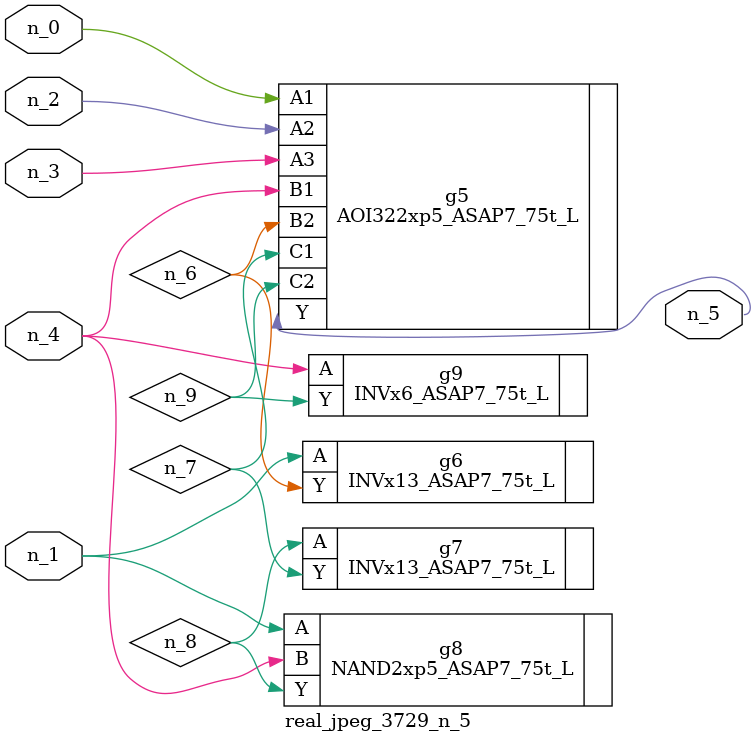
<source format=v>
module real_jpeg_3729_n_5 (n_4, n_0, n_1, n_2, n_3, n_5);

input n_4;
input n_0;
input n_1;
input n_2;
input n_3;

output n_5;

wire n_8;
wire n_6;
wire n_7;
wire n_9;

AOI322xp5_ASAP7_75t_L g5 ( 
.A1(n_0),
.A2(n_2),
.A3(n_3),
.B1(n_4),
.B2(n_6),
.C1(n_7),
.C2(n_9),
.Y(n_5)
);

INVx13_ASAP7_75t_L g6 ( 
.A(n_1),
.Y(n_6)
);

NAND2xp5_ASAP7_75t_L g8 ( 
.A(n_1),
.B(n_4),
.Y(n_8)
);

INVx6_ASAP7_75t_L g9 ( 
.A(n_4),
.Y(n_9)
);

INVx13_ASAP7_75t_L g7 ( 
.A(n_8),
.Y(n_7)
);


endmodule
</source>
